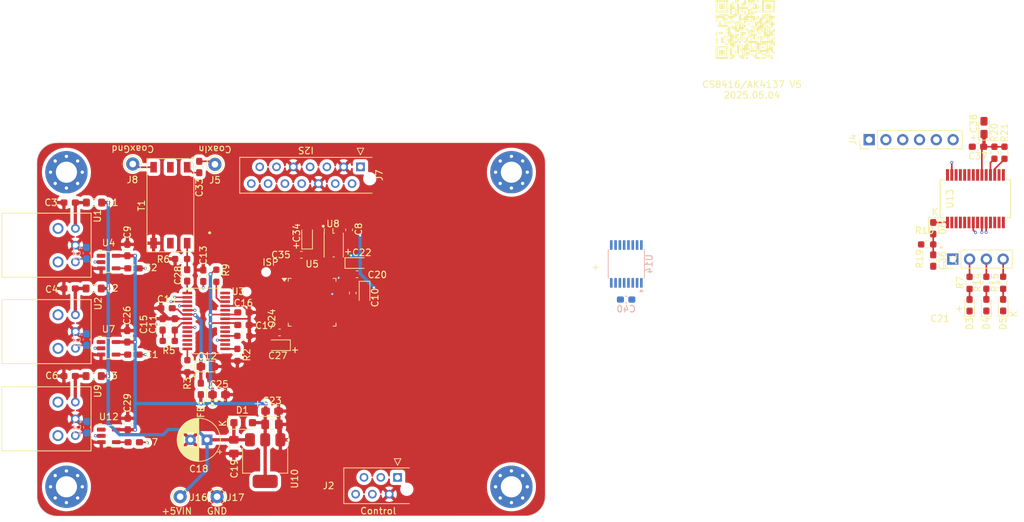
<source format=kicad_pcb>
(kicad_pcb (version 20241229) (generator "pcbnew") (generator_version "9.0")
  (layers (0 "F.Cu" mixed) (4 "In1.Cu" signal) (6 "In2.Cu" signal) (2 "B.Cu" mixed) (13 "F.Paste" user) (15 "B.Paste" user) (5 "F.SilkS" user "F.Silkscreen") (7 "B.SilkS" user "B.Silkscreen") (1 "F.Mask" user) (3 "B.Mask" user) (25 "Edge.Cuts" user))
  (net 0 "")
  (net 1 "Net-(U3-RXP1)")
  (net 2 "GND")
  (net 3 "SCL")
  (net 4 "SDA")
  (net 5 "Net-(U3-RXP0)")
  (net 6 "RESET")
  (net 7 "Net-(U1-VCC)")
  (net 8 "BCKA")
  (net 9 "LRCKA")
  (net 10 "SDOUTA")
  (net 11 "Net-(U5B-DV18)")
  (net 12 "Net-(U2-VCC)")
  (net 13 "Net-(U9-VCC)")
  (net 14 "Net-(U3-RXP2)")
  (net 15 "+5V")
  (net 16 "Net-(U3-FILT)")
  (net 17 "MCLKA")
  (net 18 "Net-(U3-VA)")
  (net 19 "Net-(U3-RXN)")
  (net 20 "Net-(C28-Pad1)")
  (net 21 "Net-(U3-RXP3)")
  (net 22 "Net-(C33-Pad2)")
  (net 23 "Net-(U1-VOUT)")
  (net 24 "Net-(C1-Pad1)")
  (net 25 "Net-(C2-Pad2)")
  (net 26 "Net-(C7-Pad1)")
  (net 27 "Net-(U2-VOUT)")
  (net 28 "Net-(U9-VOUT)")
  (net 29 "Net-(C15-Pad2)")
  (net 30 "Net-(J5-Pin_1)")
  (net 31 "Net-(D6-A)")
  (net 32 "+3.3V")
  (net 33 "Net-(D6-K)")
  (net 34 "Net-(D4-A)")
  (net 35 "Net-(D5-A)")
  (net 36 "RC0{slash}CHA")
  (net 37 "RC1{slash}CHB")
  (net 38 "RC2{slash}SW")
  (net 40 "ICSPDAT")
  (net 41 "ICSPCLK")
  (net 43 "Net-(J8-Pin_1)")
  (net 44 "Net-(U3-AD1{slash}CDIN{slash}~{AUDIO})")
  (net 45 "Net-(U3-AD0{slash}~{CS}{slash}NV{slash}RERR)")
  (net 46 "Net-(U3-SDOUT)")
  (net 47 "Net-(U3-U{slash}AD2{slash}GPO2)")
  (net 48 "Net-(U5A-TDMI{slash}OMCLK{slash}XTI)")
  (net 56 "Net-(U3-OSCLK)")
  (net 57 "Net-(U3-OLRCK)")
  (net 59 "DITHER")
  (net 61 "CM0")
  (net 62 "CM1")
  (net 63 "CM2")
  (net 64 "ODIF1")
  (net 65 "ODIF0")
  (net 66 "CM3")
  (net 69 "OBIT0")
  (net 70 "OBIT1")
  (net 71 "SRCEN")
  (net 72 "Net-(D3-A)")
  (net 75 "Net-(J1-Pin_2)")
  (net 76 "Net-(J1-Pin_3)")
  (net 77 "Net-(J1-Pin_4)")
  (net 81 "/BCLK+")
  (net 82 "/MCLK-")
  (net 83 "/MCLK+")
  (net 84 "/LRCLK+")
  (net 85 "/DATAIN-")
  (net 86 "/BCLK-")
  (net 87 "/DATAIN+")
  (net 88 "/LRCLK-")
  (footprint "Capacitor_SMD:C_0603_1608Metric_Pad1.08x0.95mm_HandSolder" (layer "F.Cu") (at 114.1487 66.1924)
    (property "Reference" "C3")
    (property "Value" "1uF")
  )
  (footprint "Capacitor_SMD:C_0603_1608Metric_Pad1.08x0.95mm_HandSolder" (layer "F.Cu") (at 114.1465 79.1972)
    (property "Reference" "C4")
    (property "Value" "1uF")
  )
  (footprint "kicad-snk:PLR135-T10_PLT133-T10W" (layer "F.Cu") (at 112.395 85.725 90)
    (property "Reference" "U2")
    (property "Value" "PLR237/T10BK")
  )
  (footprint "MountingHole:MountingHole_3.2mm_M3_Pad_Via" (layer "F.Cu") (at 113.665 61.595)
    (property "Reference" "H1" (hide yes))
    (property "Value" "MountingHole")
  )
  (footprint "Capacitor_Tantalum_SMD:CP_EIA-2012-12_Kemet-R_HandSolder" (layer "F.Cu") (at 134.9756 91.012)
    (property "Reference" "C12")
    (property "Value" "10uF")
  )
  (footprint "Oscillator:Oscillator_SMD_EuroQuartz_XO32-4Pin_3.2x2.5mm_HandSoldering" (layer "F.Cu") (at 154.0956 72.6264 -90)
    (property "Reference" "U8")
    (property "Value" "24.576/49.152MHz")
  )
  (footprint "Capacitor_SMD:C_0603_1608Metric_Pad1.08x0.95mm_HandSolder" (layer "F.Cu") (at 156.4194 70.3183 90)
    (property "Reference" "C8")
    (property "Value" "1uF")
  )
  (footprint "Capacitor_THT:CP_Radial_D6.3mm_P2.50mm" (layer "F.Cu") (at 134.9327 102.108 180)
    (property "Reference" "C18")
    (property "Value" "220uF/10V")
  )
  (footprint "Capacitor_SMD:C_0805_2012Metric_Pad1.18x1.45mm_HandSolder" (layer "F.Cu") (at 138.9888 103.1447 -90)
    (property "Reference" "C19")
    (property "Value" "10uF")
  )
  (footprint "Connector_Pin:Pin_D1.0mm_L10.0mm" (layer "F.Cu") (at 130.869685 110.7186)
    (property "Reference" "J16")
    (property "Value" "+5VIN")
  )
  (footprint "Capacitor_SMD:C_0805_2012Metric_Pad1.18x1.45mm_HandSolder" (layer "F.Cu") (at 144.7638 99.7712)
    (property "Reference" "C21")
    (property "Value" "1uF")
  )
  (footprint "Capacitor_Tantalum_SMD:CP_EIA-2012-12_Kemet-R_HandSolder" (layer "F.Cu") (at 144.7677 97.7646)
    (property "Reference" "C23")
    (property "Value" "10uF")
  )
  (footprint "Capacitor_SMD:C_0603_1608Metric_Pad1.08x0.95mm_HandSolder" (layer "F.Cu") (at 123.8112 76.1492 180)
    (property "Reference" "C2")
    (property "Value" "10nF")
  )
  (footprint "kicad-snk:PLR135-T10_PLT133-T10W" (layer "F.Cu") (at 112.395 72.644 90)
    (property "Reference" "U1")
    (property "Value" "PLR237/T10BK")
  )
  (footprint "MountingHole:MountingHole_3.2mm_M3_Pad_Via" (layer "F.Cu") (at 180.975 109.22)
    (property "Reference" "H3" (hide yes))
    (property "Value" "MountingHole")
  )
  (footprint "MountingHole:MountingHole_3.2mm_M3_Pad_Via" (layer "F.Cu") (at 180.975 61.595)
    (property "Reference" "H2" (hide yes))
    (property "Value" "MountingHole")
  )
  (footprint "Capacitor_SMD:C_0603_1608Metric_Pad1.08x0.95mm_HandSolder" (layer "F.Cu") (at 128.811493 82.1855 180)
    (property "Reference" "C14")
    (property "Value" "1uF")
  )
  (footprint "Capacitor_SMD:C_0603_1608Metric_Pad1.08x0.95mm_HandSolder" (layer "F.Cu") (at 122.8852 73.3817 90)
    (property "Reference" "C9")
    (property "Value" "1uF")
  )
  (footprint "Capacitor_SMD:C_0603_1608Metric_Pad1.08x0.95mm_HandSolder" (layer "F.Cu") (at 122.8725 86.4423 90)
    (property "Reference" "C26")
    (property "Value" "1uF")
  )
  (footprint "LED_SMD:LED_0603_1608Metric_Pad1.05x0.95mm_HandSolder" (layer "F.Cu") (at 252.813193 81.7257 90)
    (property "Reference" "D4")
    (property "Value" "LED")
  )
  (footprint "LED_SMD:LED_0603_1608Metric_Pad1.05x0.95mm_HandSolder" (layer "F.Cu") (at 255.353193 81.7257 90)
    (property "Reference" "D5")
    (property "Value" "LED")
  )
  (footprint "Resistor_SMD:R_0603_1608Metric_Pad0.98x0.95mm_HandSolder" (layer "F.Cu") (at 252.813193 78.3342 -90)
    (property "Reference" "R14")
    (property "Value" "330R")
  )
  (footprint "Resistor_SMD:R_0603_1608Metric_Pad0.98x0.95mm_HandSolder" (layer "F.Cu") (at 255.353193 78.3342 -90)
    (property "Reference" "R15")
    (property "Value" "330R")
  )
  (footprint "Capacitor_SMD:C_0603_1608Metric_Pad1.08x0.95mm_HandSolder" (layer "F.Cu") (at 133.991993 94.404 -90)
    (property "Reference" "FB1")
    (property "Value" "1 kOhms@100 MHz")
  )
  (footprint "Inductor_SMD:L_0805_2012Metric_Pad1.05x1.20mm_HandSolder" (layer "F.Cu") (at 117.8376 66.1924)
    (property "Reference" "L1")
    (property "Value" "47uH")
  )
  (footprint "Inductor_SMD:L_0805_2012Metric_Pad1.05x1.20mm_HandSolder" (layer "F.Cu") (at 117.7868 79.1972)
    (property "Reference" "L2")
    (property "Value" "47uH")
  )
  (footprint "Package_TO_SOT_SMD:SOT-223-3_TabPin2" (layer "F.Cu") (at 143.7263 105.2572 -90)
    (property "Reference" "U10")
    (property "Value" "TLV1117-33")
  )
  (footprint "Capacitor_SMD:C_0603_1608Metric_Pad1.08x0.95mm_HandSolder" (layer "F.Cu") (at 131.9276 77.216 -90)
    (property "Reference" "C28")
    (property "Value" "10nF")
  )
  (footprint "Connector_Pin:Pin_D1.0mm_L10.0mm" (layer "F.Cu") (at 136.127327 60.4012)
    (property "Reference" "J5")
    (property "Value" "COAXIN")
  )
  (footprint "Connector_Pin:Pin_D1.0mm_L10.0mm" (layer "F.Cu") (at 123.698 60.3504)
    (property "Reference" "J8")
    (property "Value" "COAXGND")
  )
  (footprint "Resistor_SMD:R_0603_1608Metric_Pad0.98x0.95mm_HandSolder" (layer "F.Cu") (at 131.0151 74.7257)
    (property "Reference" "R6")
    (property "Value" "75R")
  )
  (footprint "Capacitor_SMD:C_0603_1608Metric_Pad1.08x0.95mm_HandSolder" (layer "F.Cu") (at 114.1465 92.456)
    (property "Reference" "C6")
    (property "Value" "1uF")
  )
  (footprint "Capacitor_SMD:C_0603_1608Metric_Pad1.08x0.95mm_HandSolder" (layer "F.Cu") (at 122.936 99.715099 90)
    (property "Reference" "C29")
    (property "Value" "1uF")
  )
  (footprint "Inductor_SMD:L_0805_2012Metric_Pad1.05x1.20mm_HandSolder" (layer "F.Cu") (at 117.7868 92.456)
    (property "Reference" "L3")
    (property "Value" "47uH")
  )
  (footprint "kicad-snk:PLR135-T10_PLT133-T10W" (layer "F.Cu") (at 112.3812 98.933 90)
    (property "Reference" "U9")
    (property "Value" "PLR237/T10BK")
  )
  (footprint "Connector_Pin:Pin_D1.0mm_L10.0mm" (layer "F.Cu") (at 136.450352 110.7186)
    (property "Reference" "J17")
    (property "Value" "GND")
  )
  (footprint "MountingHole:MountingHole_3.2mm_M3_Pad_Via" (layer "F.Cu") (at 113.665 109.22)
    (property "Reference" "H4" (hide yes))
    (property "Value" "MountingHole")
  )
  (footprint "kicad-snk:DA100J" (layer "F.Cu") (at 129.3876 66.5892 180)
    (property "Reference" "T1")
    (property "Value" "Murata_DA103")
  )
  (footprint "Capacitor_SMD:C_0603_1608Metric_Pad1.08x0.95mm_HandSolder" (layer "F.Cu") (at 133.7564 60.8065 -90)
    (property "Reference" "C33")
    (property "Value" "100nF")
  )
  (footprint "Capacitor_SMD:C_0603_1608Metric_Pad1.08x0.95mm_HandSolder" (layer "F.Cu") (at 123.7985 89.2098)
    (property "Reference" "C1")
    (property "Value" "10nF")
  )
  (footprint "Capacitor_SMD:C_0603_1608Metric_Pad1.08x0.95mm_HandSolder" (layer "F.Cu") (at 123.8493 102.482599)
    (property "Reference" "C7")
    (property "Value" "10nF")
  )
  (footprint "Capacitor_SMD:C_0603_1608Metric_Pad1.08x0.95mm_HandSolder" (layer "F.Cu") (at 130.054993 84.6355 -90)
    (property "Reference" "C11")
    (property "Value" "1nF/COG")
  )
  (footprint "Capacitor_SMD:C_0603_1608Metric_Pad1.08x0.95mm_HandSolder" (layer "F.Cu") (at 134.366 77.2679 90)
    (property "Reference" "C13")
    (property "Value" "10nF")
  )
  (footprint "Capacitor_SMD:C_0603_1608Metric_Pad1.08x0.95mm_HandSolder" (layer "F.Cu") (at 128.213493 84.6355 -90)
    (property "Reference" "C15")
    (property "Value" "22nF")
  )
  (footprint "Capacitor_SMD:C_0603_1608Metric_Pad1.08x0.95mm_HandSolder" (layer "F.Cu") (at 140.442493 82.8205)
    (property "Reference" "C16")
    (property "Value" "1uF")
  )
  (footprint "Capacitor_SMD:C_0603_1608Metric_Pad1.08x0.95mm_HandSolder" (layer "F.Cu") (at 140.442493 84.7255)
    (property "Reference" "C17")
    (property "Value" "1uF")
  )
  (footprint "Capacitor_Tantalum_SMD:CP_EIA-2012-12_Kemet-R_HandSolder" (layer "F.Cu") (at 136.738 95.2754)
    (property "Reference" "C25")
    (property "Value" "10uF")
  )
  (footprint "Resistor_SMD:R_0603_1608Metric_Pad0.98x0.95mm_HandSolder" (layer "F.Cu") (at 139.516493 89.2575 -90)
    (property "Reference" "R2")
    (property "Value" "47k")
  )
  (footprint "Resistor_SMD:R_0603_1608Metric_Pad0.98x0.95mm_HandSolder" (layer "F.Cu") (at 131.959993 90.972 -90)
    (property "Reference" "R3")
    (property "Value" "47k")
  )
  (footprint "Resistor_SMD:R_0603_1608Metric_Pad0.98x0.95mm_HandSolder" (layer "F.Cu") (at 129.142493 87.1385)
    (property "Reference" "R5")
    (property "Value" "3k")
  )
  (footprint "Resistor_SMD:R_0603_1608Metric_Pad0.98x0.95mm_HandSolder" (layer "F.Cu") (at 136.341493 77.2725 90)
    (property "Reference" "R9")
    (property "Value" "47k")
  )
  (footprint "Resistor_SMD:R_0603_1608Metric_Pad0.98x0.95mm_HandSolder" (layer "F.Cu") (at 140.428993 86.3765 180)
    (property "Reference" "R10")
    (property "Value" "47k")
  )
  (footprint "Package_SO:TSSOP-28_4.4x9.7mm_P0.65mm" (layer "F.Cu") (at 134.812493 84.113)
    (property "Reference" "U3")
    (property "Value" "CS8416-xZZ")
  )
  (footprint "Package_TO_SOT_SMD:SOT-23-5" (layer "F.Cu") (at 120.0482 75.1967)
    (property "Reference" "U4")
    (property "Value" "74LVC1G17")
  )
  (footprint "Package_TO_SOT_SMD:SOT-23-5" (layer "F.Cu") (at 120.0355 88.2548)
    (property "Reference" "U7")
    (property "Value" "74LVC1G17")
  )
  (footprint "Package_TO_SOT_SMD:SOT-23-5" (layer "F.Cu") (at 120.071701 101.5136)
    (property "Reference" "U12")
    (property "Value" "74LVC1G17")
  )
  (footprint "Resistor_SMD:R_0603_1608Metric_Pad0.98x0.95mm_HandSolder" (layer "F.Cu") (at 255.556393 58.6492 -90)
    (property "Reference" "R21")
    (property "Value" "1k3")
  )
  (footprint "Resistor_SMD:R_0603_1608Metric_Pad0.98x0.95mm_HandSolder" (layer "F.Cu") (at 250.273193 78.3482 -90)
    (property "Reference" "R7")
    (property "Value" "330R")
  )
  (footprint "Capacitor_SMD:C_0603_1608Metric_Pad1.08x0.95mm_HandSolder" (layer "F.Cu") (at 156.9782 79.8871 90)
    (property "Reference" "C5" (hide yes))
    (property "Value" "1uF")
  )
  (footprint "LOGO" (layer "F.Cu") (at 216.3318 39.9796)
    (property "Reference" "G***" (hide yes))
    (property "Value" "LOGO" (hide yes))
  )
  (footprint "Diode_SMD:D_0603_1608Metric_Pad1.05x0.95mm_HandSolder" (layer "F.Cu") (at 244.7798 70.0786 -90)
    (property "Reference" "D6")
    (property "Value" "TS4148RCG")
  )
  (footprint "Capacitor_SMD:C_0603_1608Metric_Pad1.08x0.95mm_HandSolder" (layer "F.Cu") (at 145.9038 85.8572)
    (property "Reference" "C24")
    (property "Value" "1uF")
  )
  (footprint "Connector_PinHeader_2.54mm:PinHeader_1x06_P2.54mm_Vertical" (layer "F.Cu") (at 235.083993 56.6699 90)
    (property "Reference" "J4")
    (property "Value" "ISP")
  )
  (footprint "LED_SMD:LED_0603_1608Metric_Pad1.05x0.95mm_HandSolder" (layer "F.Cu") (at 250.273193 81.7397 90)
    (property "Reference" "D3")
    (property "Value" "LED")
  )
  (footprint "Package_SO:SSOP-28_5.3x10.2mm_P0.65mm" (layer "F.Cu") (at 251.158193 65.6039 90)
    (property "Reference" "U13")
    (property "Value" "PIC16F18056-I/SS")
  )
  (footprint "Capacitor_Tantalum_SMD:CP_EIA-2012-12_Kemet-R_HandSolder" (layer "F.Cu") (at 252.457593 54.8567 90)
    (property "Reference" "C38")
    (property "Value" "10uF")
  )
  (footprint "Capacitor_SMD:C_0603_1608Metric_Pad1.08x0.95mm_HandSolder" (layer "F.Cu") (at 157.6375 77.0434 180)
    (property "Reference" "C20")
    (property "Value" "1uF")
  )
  (footprint "Capacitor_SMD:C_0603_1608Metric_Pad1.08x0.95mm_HandSolder" (layer "F.Cu") (at 251.544293 57.7329 180)
    (property "Reference" "C37")
    (property "Value" "1uF")
  )
  (footprint "Connector_TE-Connectivity:TE_Micro-MaTch_215079-6_2x03_P1.27mm_Vertical" (layer "F.Cu") (at 163.7538 107.7976 -90)
    (property "Reference" "J2")
    (property "Value" "TE MicroMatch")
  )
  (footprint "Resistor_SMD:R_0603_1608Metric_Pad0.98x0.95mm_HandSolder" (layer "F.Cu") (at 243.8673 72.5284)
    (property "Reference" "R19")
    (property "Value" "4.7k")
  )
  (footprint "Diode_SMD:D_SOD-123F" (layer "F.Cu") (at 140.4019 99.5172)
    (property "Reference" "D1")
    (property "Value" "SM4002PL-TP")
  )
  (footprint "Resistor_SMD:R_0603_1608Metric_Pad0.98x0.95mm_HandSolder" (layer "F.Cu") (at 254.032393 58.6454 -90)
    (property "Reference" "R20")
    (property "Value" "1k3")
  )
  (footprint "Connector_TE-Connectivity:TE_Micro-MaTch_1-215079-4_2x07_P1.27mm_Vertical" (layer "F.Cu") (at 158.1404 60.7822 -90)
    (property "Reference" "J7")
    (property "Value" "Conn_01x15")
  )
  (footprint "Capacitor_Tantalum_SMD:CP_EIA-2012-12_Kemet-R_HandSolder" (layer "F.Cu") (at 157.6992 75.3464)
    (property "Reference" "C22")
    (property "Value" "10uF")
  )
  (footprint "Connector_PinHeader_2.54mm:PinHeader_1x04_P2.54mm_Vertical" (layer "F.Cu") (at 247.733193 74.7547 90)
    (property "Reference" "J1")
    (property "Value" "Debug1")
  )
  (footprint "Capacitor_SMD:C_0603_1608Metric_Pad1.08x0.95mm_HandSolder" (layer "F.Cu") (at 244.7798 74.9657 -90)
    (property "Reference" "C36")
    (property "Value" "10nF")
  )
  (footprint "Capacitor_Tantalum_SMD:CP_EIA-2012-12_Kemet-R_HandSolder" (layer "F.Cu") (at 145.64 87.7876 180)
    (property "Reference" "C27")
    (property "Value" "10uF")
  )
  (footprint "Capacitor_Tantalum_SMD:CP_EIA-2012-12_Kemet-R_HandSolder" (layer "F.Cu") (at 158.7562 80.0044 -90)
    (property "Reference" "C10")
    (property "Value" "10uF")
  )
  (footprint "Capacitor_SMD:C_0603_1608Metric_Pad1.08x0.95mm_HandSolder" (layer "F.Cu") (at 149.2058 74.1018)
    (property "Reference" "C35")
    (property "Value" "1uF")
  )
  (footprint "Package_QFP:LQFP-48_7x7mm_P0.5mm" (layer "F.Cu") (at 150.8283 81.2826)
    (property "Reference" "U5")
    (property "Value" "AK4137")
  )
  (footprint "Capacitor_Tantalum_SMD:CP_EIA-2012-12_Kemet-R_HandSolder" (layer "F.Cu") (at 150.0683 71.3234 90)
    (property "Reference" "C34")
    (property "Value" "10uF")
  )
  (footprint "Capacitor_SMD:C_0603_1608Metric_Pad1.08x0.95mm_HandSolder" (layer "B.Cu") (at 116.713 73.8505 -90)
    (property "Reference" "C30")
    (property "Value" "30pF")
  )
  (footprint "Capacitor_SMD:C_0603_1608Metric_Pad1.08x0.95mm_HandSolder" (layer "B.Cu") (at 116.713 86.9315 -90)
    (property "Reference" "C31")
    (property "Value" "30pF")
  )
  (footprint "Capacitor_SMD:C_0603_1608Metric_Pad1.08x0.95mm_HandSolder" (layer "B.Cu") (at 116.7765 100.203 -90)
    (property "Reference" "C32")
    (property "Value" "30pF")
  )
  (footprint "Capacitor_SMD:C_0603_1608Metric_Pad1.08x0.95mm_HandSolder" (layer "B.Cu") (at 198.3243 80.8736)
    (property "Reference" "C40")
    (property "Value" "1uF")
  )
  (footprint "Package_SO:TSSOP-16_4.4x5mm_P0.65mm" (layer "B.Cu") (at 198.3538 75.4811 90)
    (property "Reference" "U14")
    (property "Value" "FIN1047")
  )
  (gr_line (start 109.22 110.65467) (end 109.204926 60.134926) (stroke (width 0.05)) (layer "Edge.Cuts"))
  (gr_line (start 112.204926 57.134926) (end 183.09548 57.13492) (stroke (width 0.05)) (layer "Edge.Cuts"))
  (gr_arc (start 109.204926 60.134926) (mid 110.0836 58.0136) (end 112.204926 57.134926) (stroke (width 0.1)) (layer "Edge.Cuts"))
  (gr_arc (start 183.09548 57.13492) (mid 185.216806 58.013594) (end 186.09548 60.13492) (stroke (width 0.1)) (layer "Edge.Cuts"))
  (gr_line (start 186.09548 60.13492) (end 186.09547 110.629274) (stroke (width 0.05)) (layer "Edge.Cuts"))
  (gr_arc (start 186.09547 110.629274) (mid 185.216796 112.7506) (end 183.09547 113.629274) (stroke (width 0.1)) (layer "Edge.Cuts"))
  (gr_arc (start 112.22 113.65467) (mid 110.098674 112.775996) (end 109.22 110.65467) (stroke (width 0.1)) (layer "Edge.Cuts"))
  (gr_line (start 183.09547 113.629274) (end 112.22 113.65467) (stroke (width 0.05)) (layer "Edge.Cuts"))
  (gr_text "Control" (at 160.8328 112.8776 0) (layer "F.SilkS") (effects (font (size 1 1))))
  (gr_text "CoaxGnd" (at 123.698 58.0644 180) (layer "F.SilkS") (effects (font (size 1 1))))
  (gr_text "°" (at 245.955193 73.3831 0) (layer "F.SilkS") (effects (font (size 1 1))))
  (gr_text "+" (at 248.723793 82.1969 0) (layer "F.SilkS") (effects (font (size 1 1))))
  (gr_text "GND" (at 136.4488 112.903 0) (layer "F.SilkS") (effects (font (size 1 1))))
  (gr_text "+" (at 250.882793 56.3143 0) (layer "F.SilkS") (effects (font (size 1 1))))
  (gr_text "+" (at 148.2406 88.4528 0) (layer "F.SilkS") (effects (font (size 1 1))))
  (gr_text "+5VIN" (at 130.3528 112.903 0) (layer "F.SilkS") (effects (font (size 1 1))))
  (gr_text "CS8416/AK4137 V5\n2025.05.04" (at 217.3478 49.1236 0) (layer "F.SilkS") (effects (font (size 1 1))))
  (gr_text "I2S" (at 149.8854 58.2676 180) (layer "F.SilkS") (effects (font (size 1 1))))
  (gr_text "+" (at 193.7258 75.9206 0) (layer "F.SilkS") (effects (font (size 1 1))))
  (gr_text "+" (at 135.636 96.7232 0) (layer "F.SilkS") (effects (font (size 1 1))))
  (gr_text "°" (at 132.7404 59.8932 0) (layer "F.SilkS") (effects (font (size 1 1))))
  (gr_text "K" (at 137.3124 99.6188 90) (layer "F.SilkS") (effects (font (size 1 1))))
  (gr_text "+" (at 156.267 73.5684 0) (layer "F.SilkS") (effects (font (size 1 1))))
  (gr_text "K" (at 245.040793 67.6427 0) (layer "F.SilkS") (effects (font (size 1 1))))
  (gr_text "+" (at 133.1214 92.4306 0) (layer "F.SilkS") (effects (font (size 1 1))))
  (gr_text "+" (at 148.4438 72.654 0) (layer "F.SilkS") (effects (font (size 1 1))))
  (gr_text "+" (at 142.5956 96.5708 0) (layer "F.SilkS") (effects (font (size 1 1))))
  (gr_text "ISP" (at 144.526 75.2348 0) (layer "F.SilkS") (effects (font (size 1 1))))
  (gr_text "°" (at 135.3312 71.1708 0) (layer "F.SilkS") (effects (font (size 1 1))))
  (gr_text "K" (at 256.927993 83.0351 90) (layer "F.SilkS") (effects (font (size 1 1))))
  (gr_text "CoaxIn" (at 136.127327 58.1152 180) (layer "F.SilkS") (effects (font (size 1 1))))
  (gr_text "°" (at 152.5078 70.1648 0) (layer "F.SilkS") (effects (font (size 1 1))))
  (segment (start 131.949993 81.188) (end 129.5081 81.188) (width 0.25) (layer "F.Cu") (net 1))
  (segment (start 125.6234 89.2098) (end 125.6284 89.2048) (width 0.25) (layer "F.Cu") (net 1))
  (segment (start 129.5081 81.188) (end 129.4985 81.1784) (width 0.25) (layer "F.Cu") (net 1))
  (segment (start 124.661 89.2098) (end 125.6234 89.2098) (width 0.25) (layer "F.Cu") (net 1))
  (via (at 125.6284 89.2048) (size 0.45) (drill 0.225) (layers "F.Cu" "B.Cu") (net 1))
  (via (at 129.4985 81.1784) (size 0.45) (drill 0.225) (layers "F.Cu" "B.Cu") (net 1))
  (segment (start 141.304993 83.826) (end 141.304993 84.7255) (width 0.25) (layer "F.Cu") (net 2))
  (segment (start 154.9908 79.5326) (end 155.793986 79.5326) (width 0.25) (layer "F.Cu") (net 2))
  (segment (start 128.213493 83.773) (end 130.054993 83.773) (width 0.5) (layer "F.Cu") (net 2))
  (segment (start 146.6658 79.5326) (end 145.4386 79.5326) (width 0.25) (layer "F.Cu") (net 2))
  (segment (start 141.304993 82.8205) (end 141.304993 83.826) (width 0.25) (layer "F.Cu") (net 2))
  (segment (start 137.674993 81.838) (end 140.322493 81.838) (width 0.25) (layer "F.Cu") (net 2))
  (segment (start 148.681264 75.4178) (end 148.5454 75.4178) (width 0.25) (layer "F.Cu") (net 2))
  (segment (start 148.5454 75.4178) (end 148.5783 75.4507) (width 0.25) (layer "F.Cu") (net 2))
  (segment (start 130.069993 83.788) (end 130.054993 83.773) (width 0.25) (layer "F.Cu") (net 2))
  (segment (start 146.6658 83.5326) (end 144.728 83.5326) (width 0.25) (layer "F.Cu") (net 2))
  (segment (start 141.266993 83.788) (end 141.304993 83.826) (width 0.25) (layer "F.Cu") (net 2))
  (segment (start 144.673018 82.5326) (end 143.193909 81.053491) (width 0.25) (layer "F.Cu") (net 2))
  (segment (start 137.674993 83.788) (end 141.266993 83.788) (width 0.25) (layer "F.Cu") (net 2))
  (segment (start 146.6658 82.5326) (end 144.673018 82.5326) (width 0.25) (layer "F.Cu") (net 2))
  (segment (start 146.6658 82.0326) (end 144.173018 82.0326) (width 0.25) (layer "F.Cu") (net 2))
  (segment (start 158.7562 80.9794) (end 157.208 80.9794) (width 0.5) (layer "F.Cu") (net 2))
  (segment (start 144.228 84.0326) (end 146.6658 84.0326) (width 0.25) (layer "F.Cu") (net 2))
  (segment (start 131.949993 83.788) (end 130.069993 83.788) (width 0.25) (layer "F.Cu") (net 2))
  (segment (start 144.173018 82.0326) (end 143.193909 81.053491) (width 0.25) (layer "F.Cu") (net 2))
  (segment (start 157.208 80.9794) (end 156.9782 80.7496) (width 0.5) (layer "F.Cu") (net 2))
  (segment (start 146.6658 79.0326) (end 144.9386 79.0326) (width 0.25) (layer "F.Cu") (net 2))
  (segment (start 155.793986 79.5326) (end 156.9782 80.716814) (width 0.25) (layer "F.Cu") (net 2))
  (segment (start 154.9908 81.5326) (end 156.1952 81.5326) (width 0.25) (layer "F.Cu") (net 2))
  (segment (start 127.948993 82.6195) (end 129.102493 83.773) (width 0.5) (layer "F.Cu") (net 2))
  (segment (start 149.5783 77.1201) (end 149.5783 76.314836) (width 0.25) (layer "F.Cu") (net 2))
  (segment (start 148.5783 75.4507) (end 148.5783 77.1201) (width 0.25) (layer "F.Cu") (net 2))
  (segment (start 127.948993 82.1855) (end 127.948993 82.6195) (width 0.5) (layer "F.Cu") (net 2))
  (segment (start 145.4386 79.5326) (end 144.9386 79.0326) (width 0.25) (layer "F.Cu") (net 2))
  (segment (start 156.1952 81.5326) (end 156.9782 80.7496) (width 0.25) (layer "F.Cu") (net 2))
  (segment (start 144.728 83.5326) (end 144.228 84.0326) (width 0.25) (layer "F.Cu") (net 2))
  (segment (start 149.5783 76.314836) (end 148.681264 75.4178) (width 0.25) (layer "F.Cu") (net 2))
  (segment (start 156.9782 80.716814) (end 156.9782 80.7496) (width 0.25) (layer "F.Cu") (net 2))
  (segment (start 140.322493 81.838) (end 141.304993 82.8205) (width 0.25) (layer "F.Cu") (net 2))
  (segment (start 116.713 86.069) (end 115.369 86.069) (width 0.25) (layer "B.Cu") (net 2))
  (segment (start 116.713 72.988) (end 115.369 72.988) (width 0.25) (layer "B.Cu") (net 2))
  (segment (start 115.369 72.988) (end 115.025 72.644) (width 0.25) (layer "B.Cu") (net 2))
  (segment (start 115.4187 99.3405) (end 115.0112 98.933) (width 0.25) (layer "B.Cu") (net 2))
  (segment (start 116.7765 99.3405) (end 115.4187 99.3405) (width 0.25) (layer "B.Cu") (net 2))
  (segment (start 115.369 86.069) (end 115.025 85.725) (width 0.25) (layer "B.Cu") (net 2))
  (segment (start 254.083193 62.0039) (end 254.083193 61.09428) (width 0.25) (layer "F.Cu") (net 3))
  (segment (start 255.556393 59.62108) (end 255.556393 59.5617) (width 0.25) (layer "F.Cu") (net 3))
  (segment (start 254.083193 61.09428) (end 255.556393 59.62108) (width 0.25) (layer "F.Cu") (net 3))
  (segment (start 254.032393 59.5579) (end 253.433193 60.1571) (width 0.25) (layer "F.Cu") (net 4))
  (segment (start 136.4996 87.0204) (end 137.657393 87.0204) (width 0.25) (layer "F.Cu") (net 4))
  (segment (start 253.433193 60.1571) (end 253.433193 62.0039) (width 0.25) (layer "F.Cu") (net 4))
  (segment (start 137.657393 87.0204) (end 137.674993 87.038) (width 0.25) (layer "F.Cu") (net 4))
  (via (at 136.4996 87.0204) (size 0.45) (drill 0.225) (layers "F.Cu" "B.Cu") (net 4))
  (segment (start 130.76 81.838) (end 130.7592 81.8388) (width 0.25) (layer "F.Cu") (net 5))
  (segment (start 131.949993 81.838) (end 130.76 81.838) (width 0.25) (layer "F.Cu") (net 5))
  (segment (start 124.6737 76.1492) (end 125.6284 76.1492) (width 0.25) (layer "F.Cu") (net 5))
  (via (at 130.7592 81.8388) (size 0.45) (drill 0.225) (layers "F.Cu" "B.Cu") (net 5))
  (via (at 125.6284 76.1492) (size 0.45) (drill 0.225) (layers "F.Cu" "B.Cu") (net 5))
  (segment (start 133.094 85.088) (end 133.096 85.09) (width 0.25) (layer "F.Cu") (net 6))
  (segment (start 131.949993 85.088) (end 133.094 85.088) (width 0.25) (layer "F.Cu") (net 6))
  (via (at 133.096 85.09) (size 0.45) (drill 0.225) (layers "F.Cu" "B.Cu") (net 6))
  (segment (start 115.0112 70.0902) (end 115.025 70.104) (width 0.5) (layer "F.Cu") (net 7))
  (segment (start 115.0112 66.1924) (end 116.6876 66.1924) (width 0.5) (layer "F.Cu") (net 7))
  (segment (start 115.0112 66.1924) (end 115.0112 70.0902) (width 0.5) (layer "F.Cu") (net 7))
  (segment (start 150.0783 77.1201) (end 150.0783 74.1118) (width 0.25) (layer "F.Cu") (net 11))
  (segment (start 150.0783 74.1118) (end 150.0683 74.1018) (width 0.25) (layer "F.Cu") (net 11))
  (segment (start 150.0683 72.2984) (end 150.0683 74.1018) (width 0.5) (layer "F.Cu") (net 11))
  (segment (start 116.6368 79.1972) (end 115.009 79.1972) (width 0.5) (layer "F.Cu") (net 12))
  (segment (start 115.009 83.169) (end 115.025 83.185) (width 0.5) (layer "F.Cu") (net 12))
  (segment (start 115.009 79.1972) (end 115.009 83.169) (width 0.5) (layer "F.Cu") (net 12))
  (segment (start 115.009 96.3908) (end 115.0112 96.393) (width 0.5) (layer "F.Cu") (net 13))
  (segment (start 115.009 92.456) (end 115.009 96.3908) (width 0.5) (layer "F.Cu") (net 13))
  (segment (start 116.6368 92.456) (end 115.009 92.456) (width 0.5) (layer "F.Cu") (net 13))
  (segment (start 130.068 80.538) (end 130.048 80.518) (width 0.25) (layer "F.Cu") (net 14))
  (segment (start 124.7118 102.482599) (end 125.806499 102.482599) (width 0.25) (layer "F.Cu") (net 14))
  (segment (start 125.806499 102.482599) (end 125.8824 102.5585) (width 0.25) (layer "F.Cu") (net 14))
  (segment (start 131.949993 80.538) (end 130.068 80.538) (width 0.25) (layer "F.Cu") (net 14))
  (via (at 125.8824 102.5585) (size 0.45) (drill 0.225) (layers "F.Cu" "B.Cu") (net 14))
  (via (at 130.048 80.518) (size 0.45) (drill 0.225) (layers "F.Cu" "B.Cu") (net 14))
  (segment (start 138.988 102.108) (end 138.9888 102.1072) (width 0.5) (layer "F.Cu") (net 15))
  (segment (start 134.9327 102.108) (end 138.988 102.108) (width 0.5) (layer "F.Cu") (net 15))
  (segment (start 138.9888 99.5303) (end 139.0019 99.5172) (width 0.5) (layer "F.Cu") (net 15))
  (segment (start 118.9368 79.1972) (end 119.9896 79.1972) (width 0.5) (layer "F.Cu") (net 15))
  (segment (start 138.9888 102.1072) (end 138.9888 99.5303) (width 0.5) (layer "F.Cu") (net 15))
  (segment (start 118.9368 92.456) (end 119.9896 92.456) (width 0.5) (layer "F.Cu") (net 15))
  (segment (start 138.9888 102.1072) (end 141.4263 102.1072) (width 0.5) (layer "F.Cu") (net 15))
  (segment (start 118.9368 66.1924) (end 119.9896 66.1924) (width 0.5) (layer "F.Cu") (net 15))
  (via (at 119.9896 92.456) (size 0.6) (drill 0.3) (layers "F.Cu" "B.Cu") (net 15))
  (via (at 119.9896 66.1924) (size 0.6) (drill 0.3) (layers "F.Cu" "B.Cu") (net 15))
  (via (at 119.9896 79.1972) (size 0.6) (drill 0.3) (layers "F.Cu" "B.Cu") (net 15))
  (segment (start 119.9896 92.456) (end 119.9896 99.6188) (width 0.5) (layer "B.Cu") (net 15))
  (segment (start 134.9327 102.108) (end 134.9327 106.655585) (width 0.5) (layer "B.Cu") (net 15))
  (segment (start 134.9327 106.655585) (end 130.869685 110.7186) (width 0.5) (layer "B.Cu") (net 15))
  (segment (start 133.3833 100.5586) (end 129.08215 100.5586) (width 0.5) (layer "B.Cu") (net 15))
  (segment (start 119.9896 92.456) (end 119.9896 79.1972) (width 0.5) (layer "B.Cu") (net 15))
  (segment (start 134.9327 102.108) (end 133.3833 100.5586) (width 0.5) (layer "B.Cu") (net 15))
  (segment (start 119.9896 66.1924) (end 119.9896 79.1972) (width 0.5) (layer "B.Cu") (net 15))
  (segment (start 121.7048 101.334) (end 119.9896 99.6188) (width 0.5) (layer "B.Cu") (net 15))
  (segment (start 129.08215 100.5586) (end 128.306749 101.334) (width 0.5) (layer "B.Cu") (net 15))
  (segment (start 128.306749 101.334) (end 121.7048 101.334) (width 0.5) (layer "B.Cu") (net 15))
  (segment (start 131.114993 84.438) (end 130.054993 85.498) (width 0.25) (layer "F.Cu") (net 16))
  (segment (start 130.054993 87.1385) (end 130.054993 85.498) (width 0.25) (layer "F.Cu") (net 16))
  (segment (start 131.949993 84.438) (end 131.114993 84.438) (width 0.25) (layer "F.Cu") (net 16))
  (segment (start 130.477936 82.354501) (end 129.842994 82.354501) (width 0.25) (layer "F.Cu") (net 18))
  (segment (start 134.0006 91.012) (end 134.0006 89.9258) (width 0.5) (layer "F.Cu") (net 18))
  (segment (start 131.949993 83.138) (end 131.261435 83.138) (width 0.25) (layer "F.Cu") (net 18))
  (segment (start 131.261435 83.138) (end 130.477936 82.354501) (width 0.25) (layer "F.Cu") (net 18))
  (segment (start 133.991993 93.5415) (end 133.991993 91.020607) (width 0.5) (layer "F.Cu") (net 18))
  (segment (start 129.842994 82.354501) (end 129.673993 82.1855) (width 0.25) (layer "F.Cu") (net 18))
  (segment (start 134.0006 89.9258) (end 134.0358 89.8906) (width 0.5) (layer "F.Cu") (net 18))
  (segment (start 131.949993 83.138) (end 133.067538 83.138) (width 0.25) (layer "F.Cu") (net 18))
  (segment (start 133.067538 83.138) (end 133.151605 83.222067) (width 0.25) (layer "F.Cu") (net 18))
  (segment (start 133.991993 91.020607) (end 134.0006 91.012) (width 0.5) (layer "F.Cu") (net 18))
  (via (at 133.151605 83.222067) (size 0.6) (drill 0.3) (layers "F.Cu" "B.Cu") (net 18))
  (via (at 134.0358 89.8906) (size 0.6) (drill 0.3) (layers "F.Cu" "B.Cu") (net 18))
  (segment (start 134.0358 84.106262) (end 133.151605 83.222067) (width 0.5) (layer "B.Cu") (net 18))
  (segment (start 134.0358 89.8906) (end 134.0358 84.106262) (width 0.5) (layer "B.Cu") (net 18))
  (segment (start 134.366 79.0956) (end 134.366 78.1304) (width 0.25) (layer "F.Cu") (net 19))
  (segment (start 133.0848 82.488) (end 133.096 82.4992) (width 0.25) (layer "F.Cu") (net 19))
  (segment (start 131.949993 82.488) (end 133.0848 82.488) (width 0.25) (layer "F.Cu") (net 19))
  (via (at 134.366 79.0956) (size 0.45) (drill 0.225) (layers "F.Cu" "B.Cu") (net 19))
  (via (at 133.096 82.4992) (size 0.45) (drill 0.225) (layers "F.Cu" "B.Cu") (net 19))
  (segment (start 131.9276 74.7257) (end 131.9276 72.3392) (width 0.25) (layer "F.Cu") (net 20))
  (segment (start 131.9276 74.7257) (end 131.9276 76.3535) (width 0.25) (layer "F.Cu") (net 20))
  (segment (start 131.9276 79.865607) (end 131.949993 79.888) (width 0.25) (layer "F.Cu") (net 21))
  (segment (start 131.9276 78.0785) (end 131.9276 79.865607) (width 0.25) (layer "F.Cu") (net 21))
  (segment (start 133.7564 61.669) (end 132.7574 61.669) (width 0.25) (layer "F.Cu") (net 22))
  (segment (start 132.7574 61.669) (end 131.9276 60.8392) (width 0.25) (layer "F.Cu") (net 22))
  (segment (start 118.9107 75.1967) (end 118.0211 75.1967) (width 0.25) (layer "F.Cu") (net 23))
  (segment (start 118.0211 75.1967) (end 118.0084 75.184) (width 0.25) (layer "F.Cu") (net 23))
  (via (at 118.0084 75.184) (size 0.45) (drill 0.225) (layers "F.Cu" "B.Cu") (net 23))
  (segment (start 116.713 74.713) (end 115.496 74.713) (width 0.25) (layer "B.Cu") (net 23))
  (segment (start 115.496 74.713) (end 115.025 75.184) (width 0.25) (layer "B.Cu") (net 23))
  (segment (start 121.173 89.2048) (end 122.931 89.2048) (width 0.25) (layer "F.Cu") (net 24))
  (segment (start 122.9462 76.1467) (end 122.9487 76.1492) (width 0.25) (layer "F.Cu") (net 25))
  (segment (start 121.1857 76.1467) (end 122.9462 76.1467) (width 0.25) (layer "F.Cu") (net 25))
  (segment (start 121.209201 102.4636) (end 122.967801 102.4636) (width 0.25) (layer "F.Cu") (net 26))
  (segment (start 118.0236 88.2548) (end 118.0084 88.2396) (width 0.25) (layer "F.Cu") (net 27))
  (segment (start 118.898 88.2548) (end 118.0236 88.2548) (width 0.25) (layer "F.Cu") (net 27))
  (via (at 118.0084 88.2396) (size 0.45) (drill 0.225) (layers "F.Cu" "B.Cu") (net 27))
  (segment (start 115.496 87.794) (end 115.025 88.265) (width 0.25) (layer "B.Cu") (net 27))
  (segment (start 116.713 87.794) (end 115.496 87.794) (width 0.25) (layer "B.Cu") (net 27))
  (segment (start 118.934201 101.5136) (end 118.0744 101.5136) (width 0.25) (layer "F.Cu") (net 28))
  (segment (start 118.0744 101.5136) (end 118.0592 101.4984) (width 0.25) (layer "F.Cu") (net 28))
  (via (at 118.0592 101.4984) (size 0.45) (drill 0.225) (layers "F.Cu" "B.Cu") (net 28))
  (segment (start 115.4187 101.0655) (end 115.0112 101.473) (width 0.25) (layer "B.Cu") (net 28))
  (segment (start 116.7765 101.0655) (end 115.4187 101.0655) (width 0.25) (layer "B.Cu") (net 28))
  (segment (start 128.229993 87.1385) (end 128.229993 85.5145) (width 0.25) (layer "F.Cu") (net 29))
  (segment (start 128.229993 85.5145) (end 128.213493 85.498) (width 0.25) (layer "F.Cu") (net 29))
  (segment (start 133.7564 59.944) (end 135.670127 59.944) (width 0.25) (layer "F.Cu") (net 30))
  (segment (start 135.670127 59.944) (end 136.127327 60.4012) (width 0.25) (layer "F.Cu") (net 30))
  (segment (start 244.7798 72.5284) (end 244.7798 70.9536) (width 0.25) (layer "F.Cu") (net 31))
  (segment (start 244.7798 74.1032) (end 244.7798 72.5284) (width 0.25) (layer "F.Cu") (net 31))
  (segment (start 122.8852 74.2442) (end 121.1882 74.2442) (width 0.5) (layer "F.Cu") (net 32))
  (segment (start 136.341493 76.36) (end 136.134493 76.36) (width 0.25) (layer "F.Cu") (net 32))
  (segment (start 143.4723 99.5172) (end 143.7263 99.7712) (width 0.5) (layer "F.Cu") (net 32))
  (segment (start 148.0462 79.4016) (end 149.0783 78.3695) (width 0.25) (layer "F.Cu") (net 32))
  (segment (start 122.8725 87.3048) (end 124.0486 87.3048) (width 0.5) (layer "F.Cu") (net 32))
  (segment (start 121.173 87.3048) (end 122.8725 87.3048) (width 0.5) (layer "F.Cu") (net 32))
  (segment (start 146.6658 81.5326) (end 147.468986 81.5326) (width 0.25) (layer "F.Cu") (net 32))
  (segment (start 158.7562 79.0294) (end 160.1532 79.0294) (width 0.5) (layer "F.Cu") (net 32))
  (segment (start 143.7263 102.1072) (end 143.7263 99.7712) (width 0.5) (layer "F.Cu") (net 32))
  (segment (start 124.0536 100.584) (end 122.942401 100.584) (width 0.5) (layer "F.Cu") (net 32))
  (segment (start 154.9988 79.0246) (end 154.9908 79.0326) (width 0.25) (layer "F.Cu") (net 32))
  (segment (start 122.8852 100.577599) (end 121.2232 100.577599) (width 0.5) (layer "F.Cu") (net 32))
  (segment (start 156.4194 71.1808) (end 154.875 71.1808) (width 0.5) (layer "F.Cu") (net 32))
  (segment (start 252.133193 62.0039) (end 252.133193 58.0065) (width 0.25) (layer "F.Cu") (net 32))
  (segment (start 135.763 95.2754) (end 135.763 96.6216) (width 0.5) (layer "F.Cu") (net 32))
  (segment (start 156.7242 75.3464) (end 156.7242 74.2034) (width 0.5) (layer "F.Cu") (net 32))
  (segment (start 133.991993 95.2665) (end 133.991993 96.603193) (width 0.5) (layer "F.Cu") (net 32))
  (segment (start 143.7263 99.7712) (end 143.7263 97.831) (width 0.5) (layer "F.Cu") (net 32))
  (segment (start 156.7242 76.9926) (end 156.775 77.0434) (width 0.5) (layer "F.Cu") (net 32))
  (segment (start 156.983 79.0294) (end 156.9782 79.0246) (width 0.5) (layer "F.Cu") (net 32))
  (segment (start 252.133193 58.0065) (end 252.406793 57.7329) (width 0.25) (layer "F.Cu") (net 32))
  (segment (start 148.0462 82.109814) (end 148.0462 79.4016) (width 0.25) (layer "F.Cu") (net 32))
  (segment (start 154.9908 79.0326) (end 154.107582 79.0326) (width 0.25) (layer "F.Cu") (net 32))
  (segment (start 133.991993 96.603193) (end 134.0104 96.6216) (width 0.5) (layer "F.Cu") (net 32))
  (segment (start 139.292493 84.438) (end 139.579993 84.7255) (width 0.25) (layer "F.Cu") (net 32))
  (segment (start 147.6662 85.8572) (end 148.0783 85.4451) (width 0.25) (layer "F.Cu") (net 32))
  (segment (start 153.3294 79.810782) (end 153.3294 80.2828) (width 0.25) (layer "F.Cu") (net 32))
  (segment (start 153.6352 80.5886) (end 154.107218 80.5886) (width 0.25) (layer "F.Cu") (net 32))
  (segment (start 135.485993 84.438) (end 135.452493 84.4715) (width 0.25) (layer "F.Cu") (net 32))
  (segment (start 143.7927 97.7646) (end 143.7927 96.6437) (width 0.5) (layer "F.Cu") (net 32))
  (segment (start 154.107582 79.0326) (end 153.3294 79.810782) (width 0.25) (layer "F.Cu") (net 32))
  (segment (start 137.674993 84.438) (end 135.485993 84.438) (width 0.25) (layer "F.Cu") (net 32))
  (segment (start 146.615 86.0085) (end 146.7663 85.8572) (width 0.5) (layer "F.Cu") (net 32))
  (segment (start 122.8852 74.2442) (end 124.0536 74.2442) (width 0.5) (layer "F.Cu") (net 32))
  (segment (start 255.556393 57.7367) (end 254.036193 57.7367) (width 0.25) (layer "F.Cu") (net 32))
  (segment (start 148.0783 82.141914) (end 148.0783 85.4451) (width 0.25) (layer "F.Cu") (net 32))
  (segment (start 136.134493 76.36) (end 135.452493 77.042) (width 0.25) (layer "F.Cu") (net 32))
  (segment (start 137.674993 83.138) (end 135.515993 83.138) (width 0.25) (layer "F.Cu") (net 32))
  (segment (start 124.0486 87.3048) (end 124.0536 87.2998) (width 0.5) (layer "F.Cu") (net 32))
  (segment (start 156.9782 79.0246) (end 154.9988 79.0246) (width 0.25) (layer "F.Cu") (net 32))
  (segment (start 147.468986 81.5326) (end 148.0783 82.141914) (width 0.25) (layer "F.Cu") (net 32))
  (segment (start 141.8019 99.5172) (end 143.4723 99.5172) (width 0.5) (layer "F.Cu") (net 32))
  (segment (start 121.1882 74.2442) (end 121.1857 74.2467) (width 0.5) (layer "F.Cu") (net 32))
  (segment (start 143.7263 97.831) (end 143.7927 97.7646) (width 0.5) (layer "F.Cu") (net 32))
  (segment (start 155.824 78.5326) (end 156.775 77.5816) (width 0.25) (layer "F.Cu") (net 32))
  (segment (start 154.875 71.1808) (end 154.8706 71.1764) (width 0.5) (layer "F.Cu") (net 32))
  (segment (start 160.1532 79.0294) (end 160.1786 79.0548) (width 0.5) (layer "F.Cu") (net 32))
  (segment (start 158.7562 79.0294) (end 156.983 79.0294) (width 0.5) (layer "F.Cu") (net 32))
  (segment (start 146.7663 85.8572) (end 147.6662 85.8572) (width 0.25) (layer "F.Cu") (net 32))
  (segment (start 154.163218 80.5326) (end 154.9908 80.5326) (width 0.25) (layer "F.Cu") (net 32))
  (segment (start 137.674993 83.138) (end 139.262493 83.138) (width 0.25) (layer "F.Cu") (net 32))
  (segment (start 135.763 94.4626) (end 135.452493 94.152093) (width 0.5) (layer "F.Cu") (net 32))
  (segment (start 154.107218 80.5886) (end 154.163218 80.5326) (width 0.25) (layer "F.Cu") (net 32))
  (segment (start 146.615 87.7876) (end 146.615 86.0085) (width 0.5) (layer "F.Cu") (net 32))
  (segment (start 154.9908 78.5326) (end 155.824 78.5326) (width 0.25) (layer "F.Cu") (net 32))
  (segment (start 139.262493 83.138) (end 139.579993 82.8205) (width 0.25) (layer "F.Cu") (net 32))
  (segment (start 122.942401 100.584) (end 122.936 100.577599) (width 0.5) (layer "F.Cu") (net 32))
  (segment (start 252.457593 57.6821) (end 252.406793 57.7329) (width 0.5) (layer "F.Cu") (net 32))
  (segment (start 254.036193 57.7367) (end 254.032393 57.7329) (width 0.25) (layer "F.Cu") (net 32))
  (segment (start 135.763 95.2754) (end 135.763 94.4626) (width 0.5) (layer "F.Cu") (net 32))
  (segment (start 143.7263 108.4072) (end 143.7263 102.1072) (width 0.5) (layer "F.Cu") (net 32))
  (segment (start 252.457593 55.8317) (end 252.457593 57.6821) (width 0.5) (layer "F.Cu") (net 32))
  (segment (start 149.0783 78.3695) (end 149.0783 77.1201) (width 0.25) (layer "F.Cu") (net 32))
  (segment (start 135.515993 83.138) (end 135.452493 83.2015) (width 0.25) (layer "F.Cu") (net 32))
  (segment (start 137.674993 84.438) (end 139.292493 84.438) (width 0.25) (layer "F.Cu") (net 32))
  (segment (start 252.406793 57.7329) (end 254.032393 57.7329) (width 0.25) (layer "F.Cu") (net 32))
  (segment (start 156.4194 71.1808) (end 158.0958 71.1808) (width 0.5) (layer "F.Cu") (net 32))
  (segment (start 148.0783 82.141914) (end 148.0462 82.109814) (width 0.25) (layer "F.Cu") (net 32))
  (segment (start 156.7242 75.3464) (end 156.7242 76.9926) (width 0.5) (layer "F.Cu") (net 32))
  (segment (start 143.7927 96.6437) (end 143.8148 96.6216) (width 0.5) (layer "F.Cu") (net 32))
  (segment (start 153.3294 80.2828) (end 153.6352 80.5886) (width 0.25) (layer "F.Cu") (net 32))
  (segment (start 156.775 77.5816) (end 156.775 77.0434) (width 0.25) (layer "F.Cu") (net 32))
  (via (at 135.452493 84.4715) (size 0.6) (drill 0.3) (layers "F.Cu" "B.Cu") (net 32))
  (via (at 156.7242 74.2034) (size 0.6) (drill 0.3) (layers "F.Cu" "B.Cu") (net 32))
  (via (at 124.0536 74.2442) (size 0.6) (drill 0.3) (layers "F.Cu" "B.Cu") (net 32))
  (via (at 143.8148 96.6216) (size 0.6) (drill 0.3) (layers "F.Cu" "B.Cu") (net 32))
  (via (at 158.0958 71.1808) (size 0.6) (drill 0.3) (layers "F.Cu" "B.Cu") (net 32))
  (via (at 134.0104 96.6216) (size 0.6) (drill 0.3) (layers "F.Cu" "B.Cu") (net 32))
  (via (at 124.0536 100.584) (size 0.6) (drill 0.3) (layers "F.Cu" "B.Cu") (net 32))
  (via (at 135.763 96.6216) (size 0.6) (drill 0.3) (layers "F.Cu" "B.Cu") (net 32))
  (via (at 135.452493 83.2015) (size 0.6) (drill 0.3) (layers "F.Cu" "B.Cu") (net 32))
  (via (at 124.0536 87.2998) (size 0.6) (drill 0.3) (layers "F.Cu" "B.Cu") (net 32))
  (via (at 160.1786 79.0548) (size 0.6) (drill 0.3) (layers "F.Cu" "B.Cu") (net 32))
  (via (at 135.452493 94.152093) (size 0.6) (drill 0.3) (layers "F.Cu" "B.Cu") (net 32))
  (via (at 135.452493 77.042) (size 0.6) (drill 0.3) (layers "F.Cu" "B.Cu") (net 32))
  (segment (start 143.8148 96.6216) (end 135.763 96.6216) (width 0.5) (layer "B.Cu") (net 32))
  (segment (start 124.1806 96.6216) (end 124.0536 96.7486) (width 0.5) (layer "B.Cu") (net 32))
  (segment (start 124.0536 100.584) (end 124.0536 96.7486) (width 0.5) (layer "B.Cu") (net 32))
  (segment (start 135.763 96.6216) (end 134.0104 96.6216) (width 0.5) (layer "B.Cu") (net 32))
  (segment (start 158.0958 74.2034) (end 158.0958 71.1808) (width 0.5) (layer "B.Cu") (net 32))
  (segment (start 134.0104 96.6216) (end 124.1806 96.6216) (width 0.5) (layer "B.Cu") (net 32))
  (segment (start 135.452493 77.042) (end 135.452493 83.2015) (width 0.5) (layer "B.Cu") (net 32))
  (segment (start 160.1786 79.0548) (end 158.0958 76.972) (width 0.5) (layer "B.Cu") (net 32))
  (segment (start 135.452493 83.2015) (end 135.452493 84.4715) (width 0.5) (layer "B.Cu") (net 32))
  (segment (start 156.7242 74.2034) (end 158.0958 74.2034) (width 0.5) (layer "B.Cu") (net 32))
  (segment (start 124.0536 87.2998) (end 124.0536 74.2442) (width 0.5) (layer "B.Cu") (net 32))
  (segment (start 158.0958 76.972) (end 158.0958 74.2034) (width 0.5) (layer "B.Cu") (net 32))
  (segment (start 135.452493 84.4715) (end 135.452493 94.152093) (width 0.5) (layer "B.Cu") (net 32))
  (segment (start 124.0536 96.7486) (end 124.0536 87.2998) (width 0.5) (layer "B.Cu") (net 32))
  (segment (start 244.7798 69.2036) (end 246.932893 69.2036) (width 0.25) (layer "F.Cu") (net 33))
  (segment (start 246.932893 69.2036) (end 246.933193 69.2039) (width 0.25) (layer "F.Cu") (net 33))
  (segment (start 252.813193 79.2467) (end 252.813193 80.8507) (width 0.25) (layer "F.Cu") (net 34))
  (segment (start 255.353193 79.2467) (end 255.353193 80.8507) (width 0.25) (layer "F.Cu") (net 35))
  (segment (start 247.583193 60.1267) (end 247.580793 60.1243) (width 0.25) (layer "F.Cu") (net 41))
  (segment (start 247.583193 62.0039) (end 247.583193 60.1267) (width 0.25) (layer "F.Cu") (net 41))
  (via (at 247.580793 60.1243) (size 0.45) (drill 0.225) (layers "F.Cu" "B.Cu") (net 41))
  (segment (start 126.8476 60.8392) (end 124.1868 60.8392) (width 0.25) (layer "F.Cu") (net 43))
  (segment (start 124.1868 60.8392) (end 123.698 60.3504) (width 0.25) (layer "F.Cu") (net 43))
  (segment (start 139.509493 88.338) (end 139.516493 88.345) (width 0.25) (layer "F.Cu") (net 44))
  (segment (start 137.674993 88.338) (end 139.509493 88.338) (width 0.25) (layer "F.Cu") (net 44))
  (segment (start 131.959993 90.0595) (end 131.959993 88.348) (width 0.25) (layer "F.Cu") (net 45))
  (segment (start 131.959993 88.348) (end 131.949993 88.338) (width 0.25) (layer "F.Cu") (net 45))
  (segment (start 136.341493 80.592) (end 136.341493 78.185) (width 0.25) (layer "F.Cu") (net 46))
  (segment (start 137.674993 81.188) (end 136.937493 81.188) (width 0.25) (layer "F.Cu") (net 46))
  (segment (start 136.937493 81.188) (end 136.341493 80.592) (width 0.25) (layer "F.Cu") (net 46))
  (segment (start 137.686493 86.3765) (end 137.674993 86.388) (width 0.25) (layer "F.Cu") (net 47))
  (segment (start 139.516493 86.3765) (end 137.686493 86.3765) (width 0.25) (layer "F.Cu") (net 47))
  (segment (start 154.9908 80.0326) (end 153.8854 80.0326) (width 0.25) (layer "F.Cu") (net 48))
  (segment (start 154.8446 77.5816) (end 154.8706 77.5556) (width 0.25) (layer "F.Cu") (net 48))
  (segment (start 153.8854 80.0326) (end 153.8794 80.0386) (width 0.25) (layer "F.Cu") (net 48))
  (segment (start 154.8706 77.5556) (end 154.8706 74.0764) (width 0.25) (layer "F.Cu") (net 48))
  (via (at 154.8446 77.5816) (size 0.45) (drill 0.225) (layers "F.Cu" "B.Cu") (net 48))
  (via (at 153.8794 80.0386) (size 0.45) (drill 0.225) (layers "F.Cu" "B.Cu") (net 48))
  (segment (start 250.273193 79.2607) (end 250.273193 80.8647) (width 0.25) (layer "F.Cu") (net 72))
  (segment (start 250.273193 74.7547) (end 250.273193 77.4357) (width 0.25) (layer "F.Cu") (net 75))
  (segment (start 250.833193 69.2039) (end 250.833193 70.371282) (width 0.25) (layer "F.Cu") (net 75))
  (segment (start 250.833193 70.371282) (end 251.187202 70.725291) (width 0.25) (layer "F.Cu") (net 75))
  (via (at 251.187202 70.725291) (size 0.45) (drill 0.225) (layers "F.Cu" "B.Cu") (net 75))
  (segment (start 252.783193 69.2039) (end 252.783193 70.680297) (width 0.25) (layer "F.Cu") (net 76))
  (segment (start 252.813193 74.7547) (end 252.813193 77.4217) (width 0.25) (layer "F.Cu") (net 76))
  (segment (start 252.783193 70.680297) (end 252.77279 70.6907) (width 0.25) (layer "F.Cu") (net 76))
  (via (at 252.77279 70.6907) (size 0.45) (drill 0.225) (layers "F.Cu" "B.Cu") (net 76))
  (segment (start 255.353193 74.7547) (end 255.353193 77.4217) (width 0.25) (layer "F.Cu") (net 77))
  (segment (start 252.133193 69.2039) (end 252.133193 70.680294) (width 0.25) (layer "F.Cu") (net 77))
  (segment (start 252.133193 70.680294) (end 252.122787 70.6907) (width 0.25) (layer "F.Cu") (net 77))
  (via (at 252.122787 70.6907) (size 0.45) (drill 0.225) (layers "F.Cu" "B.Cu") (net 77))
  (zone (net 2) (net_name "GND") (layer "F.Cu") (connect_pads (clearance 0.508)) (min_thickness 0.254) (fill yes (thermal_gap 0.508) (thermal_bridge_width 0.508))
    (polygon (pts (xy 186.055 113.665) (xy 109.22 113.665) (xy 109.22 57.15) (xy 186.055 57.15)))
  )
  (zone (net 0) (net_name "") (layer "F.Cu") (connect_pads (clearance 0)) (min_thickness 0.25)
    (keepout (tracks allowed) (vias allowed) (pads allowed) (copperpour not_allowed) (footprints allowed))
    (fill (thermal_gap 0.5) (thermal_bridge_width 0.5))
    (polygon (pts (xy 156.013 76.1592) (xy 156.013 86.5224) (xy 145.7006 86.5224) (xy 145.7006 76.1592)))
  )
)
</source>
